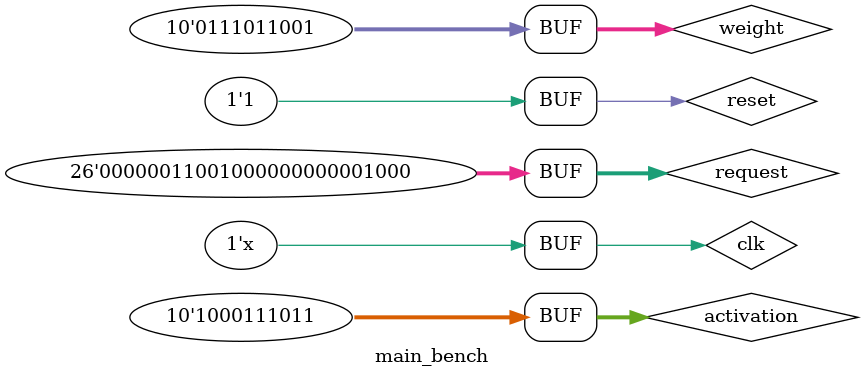
<source format=v>
`timescale 1ns / 1ps


module main_bench();
reg clk,reset;
reg [9:0] activation,weight;
reg [25:0] request;

wire [24:0] filterBit;      
wire [124:0] filterWeight;         
wire [99:0] filterOut;
wire [24:0] drop; 

wire [2:0] op;
wire [2:0] rank_id;
wire [3:0] bg_id;
wire [14:0] addr;

wire [2:0] rank1_id;
wire [3:0] bg1_id;
wire [3:0] addr1;
wire [2:0] rank2_id;
wire [3:0] bg2_id;
wire [3:0] addr2;

wire bgs;
wire [1:0] act_func;

main main1(clk,reset,activation,weight,request,filterBit,filterWeight,filterOut,drop,op,rank_id,bg_id,addr,rank1_id,bg1_id,addr1,rank2_id,bg2_id,addr2,bgs,act_func);

initial clk=1;
always #1 clk<=~clk;

initial
begin 
     reset<=1'b0;    weight<=10'b01_11_01_10_01;     activation<=10'b10_00_11_10_11;  request<=26'b00000_001_1001_0000000_00001000; 
     #2  reset<=1'b1;
end

endmodule

</source>
